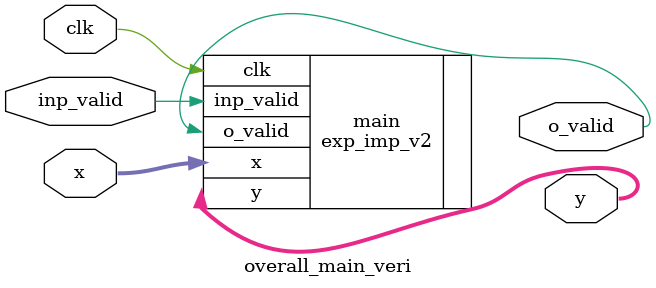
<source format=v>
`timescale 1ns / 1ps

module overall_main_veri( input clk, input inp_valid, 
    input [15:0] x, // Q4.12 
    output [31:0] y,     // Q2.30 
    output o_valid 
    );
    
exp_imp_v2 main(.clk(clk), .inp_valid(inp_valid), .x(x), .y(y), .o_valid(o_valid));

endmodule

</source>
